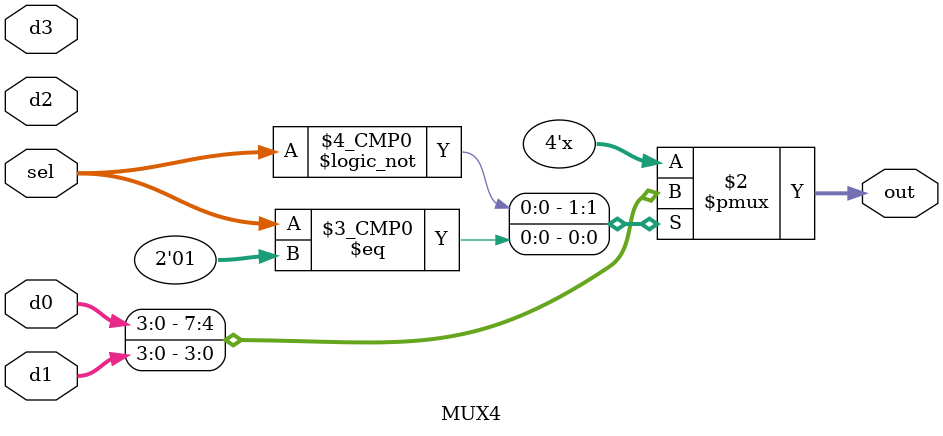
<source format=v>
`timescale 1ns / 1ps


module MUX4 #(parameter Data_width = 4)(
input [Data_width - 1:0] d0, d1, d2, d3,
input [1:0] sel,
output reg [Data_width - 1:0] out 
);

always @ (d0, d1, d2, d3, sel)
begin
       case (sel)
            00: out <= d0;
            01: out <= d1;
            10: out <= d2;
            11: out <= d3;
        endcase
end
endmodule

</source>
